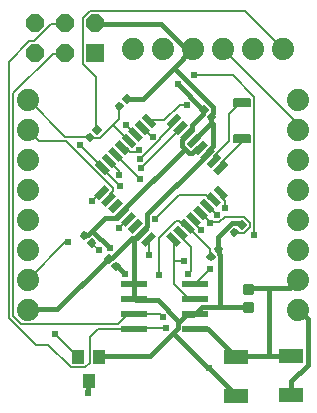
<source format=gbl>
G75*
G70*
%OFA0B0*%
%FSLAX24Y24*%
%IPPOS*%
%LPD*%
%AMOC8*
5,1,8,0,0,1.08239X$1,22.5*
%
%ADD10R,0.0500X0.0220*%
%ADD11R,0.0220X0.0500*%
%ADD12C,0.0088*%
%ADD13R,0.0866X0.0236*%
%ADD14R,0.0600X0.0600*%
%ADD15OC8,0.0600*%
%ADD16C,0.0125*%
%ADD17C,0.0060*%
%ADD18C,0.0740*%
%ADD19R,0.0400X0.0450*%
%ADD20R,0.0800X0.0500*%
%ADD21C,0.0160*%
%ADD22C,0.0240*%
%ADD23C,0.0080*%
D10*
G36*
X004695Y007161D02*
X005047Y007513D01*
X005203Y007357D01*
X004851Y007005D01*
X004695Y007161D01*
G37*
G36*
X004472Y007383D02*
X004824Y007735D01*
X004980Y007579D01*
X004628Y007227D01*
X004472Y007383D01*
G37*
G36*
X004249Y007606D02*
X004601Y007958D01*
X004757Y007802D01*
X004405Y007450D01*
X004249Y007606D01*
G37*
G36*
X004027Y007829D02*
X004379Y008181D01*
X004535Y008025D01*
X004183Y007673D01*
X004027Y007829D01*
G37*
G36*
X003804Y008051D02*
X004156Y008403D01*
X004312Y008247D01*
X003960Y007895D01*
X003804Y008051D01*
G37*
G36*
X003581Y008274D02*
X003933Y008626D01*
X004089Y008470D01*
X003737Y008118D01*
X003581Y008274D01*
G37*
G36*
X003358Y008497D02*
X003710Y008849D01*
X003866Y008693D01*
X003514Y008341D01*
X003358Y008497D01*
G37*
G36*
X003136Y008720D02*
X003488Y009072D01*
X003644Y008916D01*
X003292Y008564D01*
X003136Y008720D01*
G37*
G36*
X005526Y011110D02*
X005878Y011462D01*
X006034Y011306D01*
X005682Y010954D01*
X005526Y011110D01*
G37*
G36*
X005748Y010887D02*
X006100Y011239D01*
X006256Y011083D01*
X005904Y010731D01*
X005748Y010887D01*
G37*
G36*
X005971Y010664D02*
X006323Y011016D01*
X006479Y010860D01*
X006127Y010508D01*
X005971Y010664D01*
G37*
G36*
X006194Y010442D02*
X006546Y010794D01*
X006702Y010638D01*
X006350Y010286D01*
X006194Y010442D01*
G37*
G36*
X006417Y010219D02*
X006769Y010571D01*
X006925Y010415D01*
X006573Y010063D01*
X006417Y010219D01*
G37*
G36*
X006639Y009996D02*
X006991Y010348D01*
X007147Y010192D01*
X006795Y009840D01*
X006639Y009996D01*
G37*
G36*
X006862Y009773D02*
X007214Y010125D01*
X007370Y009969D01*
X007018Y009617D01*
X006862Y009773D01*
G37*
G36*
X007085Y009551D02*
X007437Y009903D01*
X007593Y009747D01*
X007241Y009395D01*
X007085Y009551D01*
G37*
D11*
G36*
X007085Y008916D02*
X007241Y009072D01*
X007593Y008720D01*
X007437Y008564D01*
X007085Y008916D01*
G37*
G36*
X006862Y008693D02*
X007018Y008849D01*
X007370Y008497D01*
X007214Y008341D01*
X006862Y008693D01*
G37*
G36*
X006639Y008470D02*
X006795Y008626D01*
X007147Y008274D01*
X006991Y008118D01*
X006639Y008470D01*
G37*
G36*
X006417Y008247D02*
X006573Y008403D01*
X006925Y008051D01*
X006769Y007895D01*
X006417Y008247D01*
G37*
G36*
X006194Y008025D02*
X006350Y008181D01*
X006702Y007829D01*
X006546Y007673D01*
X006194Y008025D01*
G37*
G36*
X005971Y007802D02*
X006127Y007958D01*
X006479Y007606D01*
X006323Y007450D01*
X005971Y007802D01*
G37*
G36*
X005748Y007579D02*
X005904Y007735D01*
X006256Y007383D01*
X006100Y007227D01*
X005748Y007579D01*
G37*
G36*
X005526Y007357D02*
X005682Y007513D01*
X006034Y007161D01*
X005878Y007005D01*
X005526Y007357D01*
G37*
G36*
X003358Y009969D02*
X003514Y010125D01*
X003866Y009773D01*
X003710Y009617D01*
X003358Y009969D01*
G37*
G36*
X003136Y009747D02*
X003292Y009903D01*
X003644Y009551D01*
X003488Y009395D01*
X003136Y009747D01*
G37*
G36*
X003581Y010192D02*
X003737Y010348D01*
X004089Y009996D01*
X003933Y009840D01*
X003581Y010192D01*
G37*
G36*
X003804Y010415D02*
X003960Y010571D01*
X004312Y010219D01*
X004156Y010063D01*
X003804Y010415D01*
G37*
G36*
X004027Y010638D02*
X004183Y010794D01*
X004535Y010442D01*
X004379Y010286D01*
X004027Y010638D01*
G37*
G36*
X004249Y010860D02*
X004405Y011016D01*
X004757Y010664D01*
X004601Y010508D01*
X004249Y010860D01*
G37*
G36*
X004472Y011083D02*
X004628Y011239D01*
X004980Y010887D01*
X004824Y010731D01*
X004472Y011083D01*
G37*
G36*
X004695Y011306D02*
X004851Y011462D01*
X005203Y011110D01*
X005047Y010954D01*
X004695Y011306D01*
G37*
D12*
X008119Y005741D02*
X008119Y005479D01*
X008119Y005741D02*
X008381Y005741D01*
X008381Y005479D01*
X008119Y005479D01*
X008119Y005566D02*
X008381Y005566D01*
X008381Y005653D02*
X008119Y005653D01*
X008119Y005740D02*
X008381Y005740D01*
X008119Y005141D02*
X008119Y004879D01*
X008119Y005141D02*
X008381Y005141D01*
X008381Y004879D01*
X008119Y004879D01*
X008119Y004966D02*
X008381Y004966D01*
X008381Y005053D02*
X008119Y005053D01*
X008119Y005140D02*
X008381Y005140D01*
D13*
X006494Y005273D03*
X006494Y005773D03*
X006494Y004773D03*
X006494Y004273D03*
X004447Y004273D03*
X004447Y004773D03*
X004447Y005273D03*
X004447Y005773D03*
D14*
X003141Y013452D03*
D15*
X003141Y014452D03*
X002141Y014452D03*
X002141Y013452D03*
X001141Y013452D03*
X001141Y014452D03*
D16*
X003219Y010990D02*
X003130Y010901D01*
X003219Y010990D02*
X003308Y010901D01*
X003219Y010812D01*
X003130Y010901D01*
X003165Y010936D02*
X003273Y010936D01*
X002971Y010743D02*
X002882Y010654D01*
X002971Y010743D02*
X003060Y010654D01*
X002971Y010565D01*
X002882Y010654D01*
X002917Y010689D02*
X003025Y010689D01*
X003964Y011595D02*
X004053Y011684D01*
X003964Y011595D02*
X003875Y011684D01*
X003964Y011773D01*
X004053Y011684D01*
X004018Y011719D02*
X003910Y011719D01*
X004211Y011843D02*
X004300Y011932D01*
X004211Y011843D02*
X004122Y011932D01*
X004211Y012021D01*
X004300Y011932D01*
X004265Y011967D02*
X004157Y011967D01*
X006788Y011656D02*
X006877Y011567D01*
X006788Y011478D01*
X006699Y011567D01*
X006788Y011656D01*
X006842Y011602D02*
X006734Y011602D01*
X007035Y011408D02*
X007124Y011319D01*
X007035Y011230D01*
X006946Y011319D01*
X007035Y011408D01*
X007089Y011354D02*
X006981Y011354D01*
X008138Y007732D02*
X008049Y007643D01*
X007960Y007732D01*
X008049Y007821D01*
X008138Y007732D01*
X008103Y007767D02*
X007995Y007767D01*
X007891Y007485D02*
X007802Y007396D01*
X007713Y007485D01*
X007802Y007574D01*
X007891Y007485D01*
X007856Y007520D02*
X007748Y007520D01*
X007354Y006927D02*
X007265Y006838D01*
X007176Y006927D01*
X007265Y007016D01*
X007354Y006927D01*
X007319Y006962D02*
X007211Y006962D01*
X007107Y006680D02*
X007018Y006591D01*
X006929Y006680D01*
X007018Y006769D01*
X007107Y006680D01*
X007072Y006715D02*
X006964Y006715D01*
X003853Y006269D02*
X003764Y006358D01*
X003853Y006447D01*
X003942Y006358D01*
X003853Y006269D01*
X003907Y006393D02*
X003799Y006393D01*
X003605Y006516D02*
X003516Y006605D01*
X003605Y006694D01*
X003694Y006605D01*
X003605Y006516D01*
X003659Y006640D02*
X003551Y006640D01*
X003135Y007135D02*
X003046Y007224D01*
X003135Y007135D02*
X003046Y007046D01*
X002957Y007135D01*
X003046Y007224D01*
X003100Y007170D02*
X002992Y007170D01*
X002887Y007383D02*
X002798Y007472D01*
X002887Y007383D02*
X002798Y007294D01*
X002709Y007383D01*
X002798Y007472D01*
X002852Y007418D02*
X002744Y007418D01*
D17*
X007774Y010741D02*
X008314Y010741D01*
X008314Y010501D01*
X007774Y010501D01*
X007774Y010741D01*
X007774Y010560D02*
X008314Y010560D01*
X008314Y010619D02*
X007774Y010619D01*
X007774Y010678D02*
X008314Y010678D01*
X008314Y010737D02*
X007774Y010737D01*
X007774Y011941D02*
X008314Y011941D01*
X008314Y011701D01*
X007774Y011701D01*
X007774Y011941D01*
X007774Y011760D02*
X008314Y011760D01*
X008314Y011819D02*
X007774Y011819D01*
X007774Y011878D02*
X008314Y011878D01*
X008314Y011937D02*
X007774Y011937D01*
D18*
X007416Y013589D03*
X008416Y013589D03*
X009416Y013589D03*
X009917Y011914D03*
X009917Y010914D03*
X009917Y009914D03*
X009917Y008914D03*
X009917Y007914D03*
X009917Y006914D03*
X009917Y005914D03*
X009917Y004914D03*
X006416Y013589D03*
X005416Y013589D03*
X004416Y013589D03*
X000915Y011914D03*
X000915Y010914D03*
X000915Y009914D03*
X000915Y008914D03*
X000915Y007914D03*
X000915Y006914D03*
X000915Y005914D03*
X000915Y004914D03*
D19*
X002589Y003341D03*
X002939Y002541D03*
X003289Y003341D03*
D20*
X007838Y003345D03*
X007838Y002045D03*
X009685Y002052D03*
X009685Y003352D03*
D21*
X009669Y003357D01*
X008949Y003357D01*
X008949Y005637D01*
X008259Y005637D01*
X008250Y005610D01*
X008250Y005010D02*
X008229Y005007D01*
X007329Y005007D01*
X007329Y006747D01*
X007299Y006777D01*
X007299Y006867D01*
X007265Y006927D01*
X007269Y006957D01*
X007269Y007347D01*
X007719Y007797D01*
X007959Y007797D01*
X008019Y007737D01*
X008049Y007732D01*
X008949Y005637D02*
X009639Y005637D01*
X009909Y005907D01*
X009917Y005914D01*
X009917Y004914D02*
X009939Y004887D01*
X010239Y004587D01*
X010239Y003057D01*
X009699Y002517D01*
X009699Y002067D01*
X009685Y002052D01*
X008949Y003357D02*
X007839Y003357D01*
X007838Y003345D01*
X007779Y003387D01*
X006909Y004257D01*
X006519Y004257D01*
X006494Y004273D01*
X006429Y004737D02*
X006189Y004737D01*
X005964Y004512D01*
X005259Y005217D01*
X004509Y005217D01*
X004447Y005273D01*
X004449Y005277D01*
X004449Y005757D01*
X004447Y005773D01*
X004449Y005847D01*
X004449Y007287D01*
X004389Y007287D01*
X003729Y006627D01*
X003609Y006627D01*
X003605Y006605D01*
X003549Y006567D01*
X001899Y004917D01*
X000939Y004917D01*
X000915Y004914D01*
X002798Y007383D02*
X002799Y007407D01*
X002919Y007407D01*
X003054Y007542D01*
X003639Y006957D01*
X003853Y006358D02*
X003879Y006357D01*
X004149Y006087D01*
X004449Y007287D02*
X004539Y007287D01*
X004719Y007467D01*
X004726Y007481D01*
X004749Y007557D01*
X004899Y007707D01*
X004899Y008097D01*
X006849Y010047D01*
X006893Y010094D01*
X006909Y010107D01*
X006909Y010197D01*
X007089Y010377D01*
X007089Y011097D01*
X007029Y011127D01*
X006459Y010557D01*
X006448Y010540D01*
X006549Y010287D02*
X006399Y010137D01*
X006279Y010137D01*
X006144Y010272D01*
X004089Y008217D01*
X004058Y008149D01*
X004029Y008127D01*
X003879Y007977D01*
X003489Y007977D01*
X003054Y007542D01*
X005919Y004287D02*
X005754Y004122D01*
X006879Y002997D01*
X006939Y002967D01*
X007839Y002067D01*
X007838Y002045D01*
X006429Y004737D02*
X006494Y004773D01*
X006519Y004797D01*
X006729Y005007D01*
X007329Y005007D01*
X005964Y004512D02*
X005919Y004467D01*
X005919Y004287D01*
X005754Y004122D02*
X004989Y003357D01*
X003309Y003357D01*
X003289Y003341D01*
X002939Y002541D02*
X002919Y002517D01*
X002919Y002127D01*
X006144Y010272D02*
X006039Y010377D01*
X006039Y010557D01*
X006189Y010707D01*
X006225Y010762D01*
X006249Y010767D01*
X006399Y010917D01*
X006399Y011067D01*
X006759Y011427D01*
X006759Y011547D01*
X006788Y011567D01*
X006729Y011607D01*
X005919Y012417D01*
X005784Y012972D02*
X007089Y011667D01*
X007089Y011457D01*
X007029Y011397D01*
X007035Y011319D01*
X007029Y011307D01*
X007029Y011127D01*
X006671Y010317D02*
X006669Y010287D01*
X006549Y010287D01*
X004749Y011937D02*
X005784Y012972D01*
X006399Y013587D01*
X006416Y013589D01*
X006249Y013527D01*
X005349Y014427D01*
X003159Y014427D01*
X003141Y014452D01*
X004211Y011932D02*
X004239Y011937D01*
X004749Y011937D01*
D22*
X004179Y011067D03*
X004629Y010227D03*
X004659Y009927D03*
X004689Y009627D03*
X004659Y009267D03*
X003969Y009387D03*
X003999Y009027D03*
X003069Y008517D03*
X003939Y007617D03*
X003639Y006957D03*
X003279Y006897D03*
X004149Y006087D03*
X004959Y006717D03*
X005289Y006057D03*
X006129Y006537D03*
X006249Y006087D03*
X006999Y006267D03*
X006699Y007557D03*
X006999Y007797D03*
X007209Y008067D03*
X007479Y008307D03*
X008469Y007407D03*
X005529Y004287D03*
X005409Y004677D03*
X006939Y002967D03*
X005169Y007947D03*
X005079Y010677D03*
X006219Y011727D03*
X005919Y012417D03*
X006459Y012717D03*
X002649Y010407D03*
X002259Y007167D03*
X001809Y004107D03*
X002919Y002127D03*
D23*
X002829Y002997D02*
X002349Y002997D01*
X001599Y003747D01*
X001179Y003747D01*
X000279Y004647D01*
X000279Y013167D01*
X000969Y013857D01*
X001119Y013857D01*
X001689Y014427D01*
X002139Y014427D01*
X002141Y014452D01*
X002739Y014637D02*
X002979Y014877D01*
X008139Y014877D01*
X009399Y013617D01*
X009416Y013589D01*
X008469Y011997D02*
X008469Y007407D01*
X008319Y007677D02*
X008319Y007797D01*
X008109Y008007D01*
X007479Y008007D01*
X007299Y007827D01*
X006999Y007827D01*
X006999Y007797D01*
X006999Y007827D02*
X006699Y008127D01*
X006671Y008149D01*
X006459Y007917D02*
X006448Y007927D01*
X006459Y007917D02*
X006459Y007797D01*
X006699Y007557D01*
X006249Y007677D02*
X006999Y006927D01*
X006999Y006687D01*
X007018Y006680D01*
X006999Y006267D02*
X006519Y005787D01*
X006494Y005773D01*
X006249Y006087D02*
X006369Y006207D01*
X006369Y006987D01*
X006009Y007347D01*
X006009Y007467D01*
X006002Y007481D01*
X006099Y007707D02*
X005949Y007857D01*
X005859Y007857D01*
X005289Y007287D01*
X005289Y006057D01*
X005799Y005757D02*
X006279Y005277D01*
X006489Y005277D01*
X006494Y005273D01*
X005799Y005757D02*
X005799Y006537D01*
X006129Y006537D01*
X005799Y006537D02*
X005799Y007257D01*
X005780Y007259D01*
X006099Y007707D02*
X006189Y007707D01*
X006225Y007704D01*
X006249Y007677D01*
X006893Y008372D02*
X006909Y008367D01*
X007209Y008067D01*
X007479Y008307D02*
X007479Y008547D01*
X007359Y008667D01*
X007359Y008817D01*
X007339Y008818D01*
X007116Y008595D02*
X007089Y008607D01*
X006969Y008607D01*
X006849Y008727D01*
X005949Y008727D01*
X005169Y007947D01*
X004959Y007257D02*
X004949Y007259D01*
X004959Y007257D02*
X004959Y006717D01*
X003939Y007617D02*
X004269Y007947D01*
X004281Y007927D01*
X003639Y008607D02*
X003612Y008595D01*
X003639Y008607D02*
X003639Y008757D01*
X003759Y008877D01*
X003759Y008967D01*
X002199Y010527D01*
X001299Y010527D01*
X000939Y010887D01*
X000915Y010914D01*
X000939Y011907D02*
X000915Y011914D01*
X000939Y011907D02*
X002169Y010677D01*
X002949Y010677D01*
X002971Y010654D01*
X002979Y010647D01*
X003309Y010647D01*
X003744Y011082D01*
X004269Y010557D01*
X004281Y010540D01*
X004209Y010287D02*
X004059Y010287D01*
X004058Y010317D01*
X004209Y010287D02*
X004329Y010167D01*
X004569Y010167D01*
X004629Y010227D01*
X004659Y009927D02*
X005319Y010587D01*
X005319Y010617D01*
X005769Y011067D01*
X005769Y011187D01*
X005780Y011208D01*
X005979Y010977D02*
X006002Y010985D01*
X005979Y010977D02*
X005979Y010917D01*
X004689Y009627D01*
X004659Y009267D02*
X003849Y010077D01*
X003835Y010094D01*
X003639Y009867D02*
X003612Y009871D01*
X003639Y009867D02*
X003969Y009537D01*
X003969Y009387D01*
X003999Y009027D02*
X003399Y009627D01*
X003390Y009649D01*
X003399Y009657D01*
X002649Y010407D01*
X003189Y010917D02*
X003219Y010901D01*
X003189Y010917D02*
X003189Y012657D01*
X002739Y013107D01*
X002739Y014637D01*
X002141Y013452D02*
X002139Y013437D01*
X001749Y013437D01*
X000429Y012117D01*
X000429Y004707D01*
X000699Y004437D01*
X003909Y004437D01*
X004209Y004737D01*
X004419Y004737D01*
X004447Y004773D01*
X004449Y004767D01*
X005319Y004767D01*
X005409Y004677D01*
X005529Y004287D02*
X004449Y004287D01*
X004447Y004273D01*
X004419Y004257D01*
X003249Y004257D01*
X002979Y003987D01*
X002979Y003147D01*
X002829Y002997D01*
X002589Y003341D02*
X002559Y003357D01*
X001809Y004107D01*
X000915Y005914D02*
X000939Y005937D01*
X002169Y007167D01*
X002259Y007167D01*
X003046Y007135D02*
X003069Y007107D01*
X003279Y006897D01*
X003069Y008517D02*
X003369Y008817D01*
X003390Y008818D01*
X004479Y010767D02*
X004503Y010762D01*
X004479Y010767D02*
X004179Y011067D01*
X003939Y011277D02*
X003939Y011667D01*
X003964Y011684D01*
X003939Y011277D02*
X003744Y011082D01*
X004726Y010985D02*
X004749Y010977D01*
X005049Y010677D01*
X005079Y010677D01*
X004949Y011208D02*
X004959Y011217D01*
X005469Y011217D01*
X005979Y011727D01*
X006219Y011727D01*
X006459Y012717D02*
X007749Y012717D01*
X008469Y011997D01*
X008044Y011821D02*
X008019Y011817D01*
X007629Y011427D01*
X007629Y010527D01*
X007119Y010017D01*
X007119Y009897D01*
X007116Y009871D01*
X007359Y009807D02*
X007359Y009657D01*
X007339Y009649D01*
X007359Y009807D02*
X008019Y010467D01*
X008019Y010617D01*
X008044Y010621D01*
X009909Y010917D02*
X009917Y010914D01*
X009909Y010917D02*
X009909Y011097D01*
X007419Y013587D01*
X007416Y013589D01*
X008319Y007677D02*
X008109Y007467D01*
X007809Y007467D01*
X007802Y007485D01*
M02*

</source>
